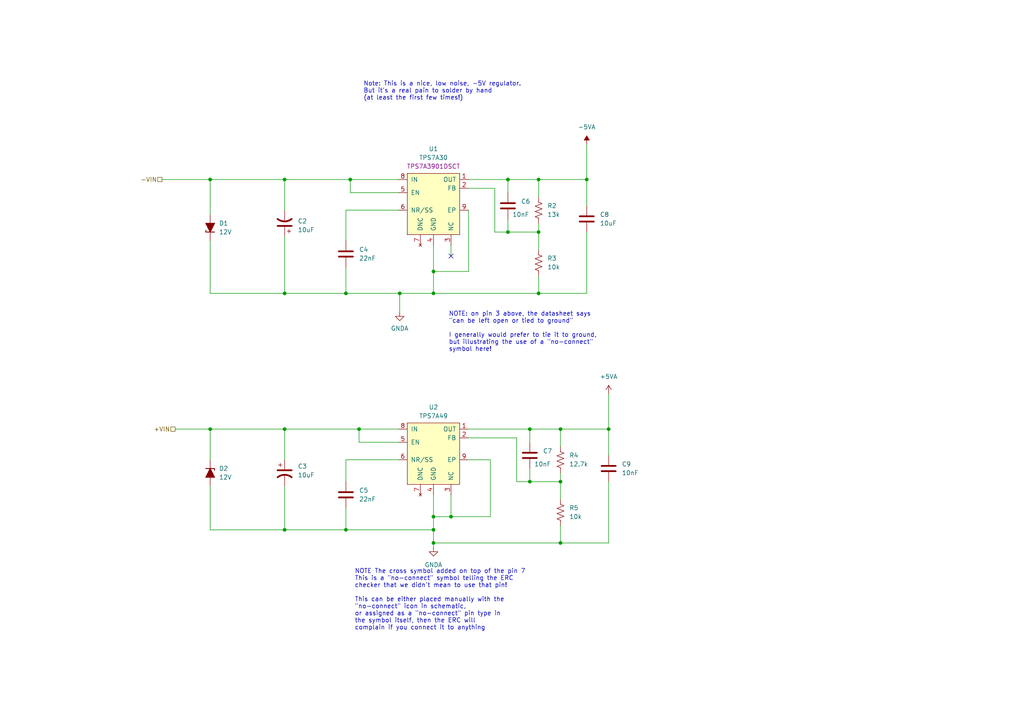
<source format=kicad_sch>
(kicad_sch (version 20211123) (generator eeschema)
  (paper "A4")
  (lib_symbols
    (symbol "Device:C" (pin_numbers hide) (pin_names (offset 0.254))
      (property "Reference" "C" (at 0.635 2.54 0))
      (property "Value" "C" (at 0.635 -2.54 0))
      (symbol "C_0_1"
        (polyline (pts (xy -2.032 -0.762) (xy 2.032 -0.762)) (stroke (width 0.508)))
        (polyline (pts (xy -2.032 0.762) (xy 2.032 0.762)) (stroke (width 0.508)))
      )
      (symbol "C_1_1"
        (pin passive line (at 0 3.81 270) (length 2.794) (name "~") (number "1"))
        (pin passive line (at 0 -3.81 90) (length 2.794) (name "~") (number "2"))
      )
    )
    (symbol "Device:C_Polarized_US" (pin_numbers hide) (pin_names (offset 0.254) hide)
      (property "Reference" "C" (at 0.635 2.54 0))
      (property "Value" "C_Polarized_US" (at 0.635 -2.54 0))
      (symbol "C_Polarized_US_0_1"
        (polyline (pts (xy -2.032 0.762) (xy 2.032 0.762)) (stroke (width 0.508)))
        (polyline (pts (xy -1.778 2.286) (xy -0.762 2.286)))
        (polyline (pts (xy -1.27 1.778) (xy -1.27 2.794)))
        (arc (start 2.032 -1.27) (mid 0 -0.5572) (end -2.032 -1.27) (stroke (width 0.508)))
      )
      (symbol "C_Polarized_US_1_1"
        (pin passive line (at 0 3.81 270) (length 2.794) (name "~") (number "1"))
        (pin passive line (at 0 -3.81 90) (length 3.302) (name "~") (number "2"))
      )
    )
    (symbol "Device:D_Zener_Filled" (pin_numbers hide) (pin_names (offset 1.016) hide)
      (property "Reference" "D" (at 0 2.54 0))
      (property "Value" "D_Zener_Filled" (at 0 -2.54 0))
      (symbol "D_Zener_Filled_0_1"
        (polyline (pts (xy 1.27 0) (xy -1.27 0)))
        (polyline (pts (xy -1.27 -1.27) (xy -1.27 1.27) (xy -0.762 1.27)) (stroke (width 0.254)))
        (polyline (pts (xy 1.27 -1.27) (xy 1.27 1.27) (xy -1.27 0) (xy 1.27 -1.27)) (stroke (width 0.254)) (fill (type outline)))
      )
      (symbol "D_Zener_Filled_1_1"
        (pin passive line (at -3.81 0 0) (length 2.54) (name "K") (number "1"))
        (pin passive line (at 3.81 0 180) (length 2.54) (name "A") (number "2"))
      )
    )
    (symbol "Device:R_US" (pin_numbers hide) (pin_names (offset 0))
      (property "Reference" "R" (at 2.54 0 90))
      (property "Value" "R_US" (at -2.54 0 90))
      (symbol "R_US_0_1"
        (polyline (pts (xy 0 -2.286) (xy 0 -2.54)))
        (polyline (pts (xy 0 2.286) (xy 0 2.54)))
        (polyline (pts (xy 0 -0.762) (xy 1.016 -1.143) (xy 0 -1.524) (xy -1.016 -1.905) (xy 0 -2.286)))
        (polyline (pts (xy 0 0.762) (xy 1.016 0.381) (xy 0 0) (xy -1.016 -0.381) (xy 0 -0.762)))
        (polyline (pts (xy 0 2.286) (xy 1.016 1.905) (xy 0 1.524) (xy -1.016 1.143) (xy 0 0.762)))
      )
      (symbol "R_US_1_1"
        (pin passive line (at 0 3.81 270) (length 1.27) (name "~") (number "1"))
        (pin passive line (at 0 -3.81 90) (length 1.27) (name "~") (number "2"))
      )
    )
    (symbol "cosmic_ray_symbols:TPS7A30" (pin_names (offset 1.016))
      (property "Reference" "U3" (at 0 8.509 0))
      (property "Value" "TPS7A30" (at 0 6.1976 0))
      (property "MPN" "TPS7A3901DSCT" (at 0 0 0))
      (symbol "TPS7A30_0_1"
        (rectangle (start -7.62 4.318) (end 7.62 -13.462) (fill (type background)))
      )
      (symbol "TPS7A30_1_1"
        (pin power_out line (at 10.16 2.54 180) (length 2.54) (name "OUT") (number "1"))
        (pin input line (at 10.16 0 180) (length 2.54) (name "FB") (number "2"))
        (pin passive line (at 5.08 -16.51 90) (length 3.048) (name "NC") (number "3"))
        (pin power_in line (at 0 -16.51 90) (length 3.048) (name "GND") (number "4"))
        (pin input line (at -10.16 -1.27 0) (length 2.54) (name "EN") (number "5"))
        (pin passive line (at -10.16 -6.35 0) (length 2.54) (name "NR/SS") (number "6"))
        (pin no_connect line (at -3.81 -16.51 90) (length 3.048) (name "DNC") (number "7"))
        (pin power_in line (at -10.16 2.54 0) (length 2.54) (name "IN") (number "8"))
        (pin passive line (at 10.16 -6.35 180) (length 2.54) (name "EP") (number "9"))
      )
    )
    (symbol "cosmic_ray_symbols:TPS7A49" (pin_names (offset 1.016))
      (property "Reference" "U2" (at 0 8.509 0))
      (property "Value" "TPS7A49" (at 0 6.1976 0))
      (symbol "TPS7A49_0_1"
        (rectangle (start -7.62 4.318) (end 7.62 -13.462) (fill (type background)))
      )
      (symbol "TPS7A49_1_1"
        (pin power_out line (at 10.16 2.54 180) (length 2.54) (name "OUT") (number "1"))
        (pin input line (at 10.16 0 180) (length 2.54) (name "FB") (number "2"))
        (pin passive line (at 5.08 -16.51 90) (length 3.048) (name "NC") (number "3"))
        (pin power_in line (at 0 -16.51 90) (length 3.048) (name "GND") (number "4"))
        (pin input line (at -10.16 -1.27 0) (length 2.54) (name "EN") (number "5"))
        (pin passive line (at -10.16 -6.35 0) (length 2.54) (name "NR/SS") (number "6"))
        (pin no_connect line (at -3.81 -16.51 90) (length 3.048) (name "DNC") (number "7"))
        (pin power_in line (at -10.16 2.54 0) (length 2.54) (name "IN") (number "8"))
        (pin passive line (at 10.16 -6.35 180) (length 2.54) (name "EP") (number "9"))
      )
    )
    (symbol "power:+5VA" (power) (pin_names (offset 0))
      (property "Value" "+5VA" (at 0 3.556 0))
      (symbol "+5VA_0_1"
        (polyline (pts (xy -0.762 1.27) (xy 0 2.54)))
        (polyline (pts (xy 0 0) (xy 0 2.54)))
        (polyline (pts (xy 0 2.54) (xy 0.762 1.27)))
      )
      (symbol "+5VA_1_1"
        (pin power_in line (at 0 0 90) (length 0) hide (name "+5VA") (number "1"))
      )
    )
    (symbol "power:-5VA" (power) (pin_names (offset 0))
      (property "Value" "-5VA" (at 0 3.81 0))
      (symbol "-5VA_0_0"
        (pin power_in line (at 0 0 90) (length 0) hide (name "-5VA") (number "1"))
      )
      (symbol "-5VA_0_1"
        (polyline (pts (xy 0 0) (xy 0 1.27) (xy 0.762 1.27) (xy 0 2.54) (xy -0.762 1.27) (xy 0 1.27)) (fill (type outline)))
      )
    )
    (symbol "power:GNDA" (power) (pin_names (offset 0))
      (property "Value" "GNDA" (at 0 -3.81 0))
      (symbol "GNDA_0_1"
        (polyline (pts (xy 0 0) (xy 0 -1.27) (xy 1.27 -1.27) (xy 0 -2.54) (xy -1.27 -1.27) (xy 0 -1.27)))
      )
      (symbol "GNDA_1_1"
        (pin power_in line (at 0 0 270) (length 0) hide (name "GNDA") (number "1"))
      )
    )
  )
  (junction (at 170.18 52.07))
  (junction (at 100.33 153.67))
  (junction (at 60.96 52.07))
  (junction (at 153.67 124.46))
  (junction (at 125.73 153.67))
  (junction (at 147.32 52.07))
  (junction (at 130.81 149.86))
  (junction (at 156.21 52.07))
  (junction (at 153.67 139.7))
  (junction (at 125.73 85.09))
  (junction (at 156.21 85.09))
  (junction (at 82.55 124.46))
  (junction (at 100.33 85.09))
  (junction (at 162.56 124.46))
  (junction (at 162.56 139.7))
  (junction (at 162.56 157.48))
  (junction (at 125.73 157.48))
  (junction (at 82.55 52.07))
  (junction (at 60.96 124.46))
  (junction (at 82.55 153.67))
  (junction (at 176.53 124.46))
  (junction (at 156.21 67.31))
  (junction (at 104.14 124.46))
  (junction (at 147.32 67.31))
  (junction (at 125.73 149.86))
  (junction (at 101.6 52.07))
  (junction (at 82.55 85.09))
  (junction (at 125.73 78.74))
  (junction (at 115.9256 85.09))
  (no_connect (at 130.81 74.2696))
  (wire (pts (xy 162.56 124.46) (xy 162.56 129.54)))
  (wire (pts (xy 100.33 60.96) (xy 115.57 60.96)))
  (wire (pts (xy 125.73 78.74) (xy 135.89 78.74)))
  (wire (pts (xy 82.55 124.46) (xy 104.14 124.46)))
  (wire (pts (xy 147.32 63.5) (xy 147.32 67.31)))
  (wire (pts (xy 125.73 85.09) (xy 156.21 85.09)))
  (wire (pts (xy 143.51 67.31) (xy 147.32 67.31)))
  (wire (pts (xy 82.55 153.67) (xy 100.33 153.67)))
  (wire (pts (xy 100.33 153.67) (xy 125.73 153.67)))
  (wire (pts (xy 82.55 52.07) (xy 101.6 52.07)))
  (wire (pts (xy 135.89 54.61) (xy 143.51 54.61)))
  (wire (pts (xy 100.33 85.09) (xy 100.33 77.47)))
  (wire (pts (xy 156.21 67.31) (xy 156.21 72.39)))
  (wire (pts (xy 125.73 149.86) (xy 130.81 149.86)))
  (wire (pts (xy 153.67 139.7) (xy 162.56 139.7)))
  (wire (pts (xy 135.89 127) (xy 149.86 127)))
  (wire (pts (xy 104.14 128.27) (xy 104.14 124.46)))
  (wire (pts (xy 149.86 139.7) (xy 153.67 139.7)))
  (wire (pts (xy 125.73 157.48) (xy 162.56 157.48)))
  (wire (pts (xy 101.6 55.88) (xy 101.6 52.07)))
  (wire (pts (xy 60.96 153.67) (xy 82.55 153.67)))
  (wire (pts (xy 125.73 157.48) (xy 125.73 158.75)))
  (wire (pts (xy 153.67 124.46) (xy 153.67 128.27)))
  (wire (pts (xy 125.73 71.12) (xy 125.73 78.74)))
  (wire (pts (xy 125.73 85.09) (xy 115.9256 85.09)))
  (wire (pts (xy 147.32 52.07) (xy 147.32 55.88)))
  (wire (pts (xy 101.6 52.07) (xy 115.57 52.07)))
  (wire (pts (xy 170.18 85.09) (xy 170.18 67.31)))
  (wire (pts (xy 115.9256 85.09) (xy 115.9256 90.4748)))
  (wire (pts (xy 115.57 55.88) (xy 101.6 55.88)))
  (wire (pts (xy 100.33 69.85) (xy 100.33 60.96)))
  (wire (pts (xy 100.33 147.32) (xy 100.33 153.67)))
  (wire (pts (xy 156.21 67.31) (xy 156.21 64.77)))
  (wire (pts (xy 135.89 124.46) (xy 153.67 124.46)))
  (wire (pts (xy 156.21 52.07) (xy 156.21 57.15)))
  (wire (pts (xy 60.96 52.07) (xy 60.96 62.23)))
  (wire (pts (xy 162.56 139.7) (xy 162.56 137.16)))
  (wire (pts (xy 147.32 52.07) (xy 156.21 52.07)))
  (wire (pts (xy 104.14 124.46) (xy 115.57 124.46)))
  (wire (pts (xy 60.96 85.09) (xy 82.55 85.09)))
  (wire (pts (xy 153.67 135.89) (xy 153.67 139.7)))
  (wire (pts (xy 46.99 52.07) (xy 60.96 52.07)))
  (wire (pts (xy 170.18 52.07) (xy 170.18 59.69)))
  (wire (pts (xy 149.86 127) (xy 149.86 139.7)))
  (wire (pts (xy 82.55 68.58) (xy 82.55 85.09)))
  (wire (pts (xy 176.53 157.48) (xy 176.53 139.7)))
  (wire (pts (xy 156.21 52.07) (xy 170.18 52.07)))
  (wire (pts (xy 82.55 133.35) (xy 82.55 124.46)))
  (wire (pts (xy 115.9256 85.09) (xy 100.33 85.09)))
  (wire (pts (xy 130.81 71.12) (xy 130.81 74.2696)))
  (wire (pts (xy 162.56 157.48) (xy 176.53 157.48)))
  (wire (pts (xy 162.56 139.7) (xy 162.56 144.78)))
  (wire (pts (xy 176.53 114.3) (xy 176.53 124.46)))
  (wire (pts (xy 82.55 140.97) (xy 82.55 153.67)))
  (wire (pts (xy 135.89 52.07) (xy 147.32 52.07)))
  (wire (pts (xy 60.96 52.07) (xy 82.55 52.07)))
  (wire (pts (xy 156.21 85.09) (xy 170.18 85.09)))
  (wire (pts (xy 50.8 124.46) (xy 60.96 124.46)))
  (wire (pts (xy 115.57 133.35) (xy 100.33 133.35)))
  (wire (pts (xy 130.81 143.51) (xy 130.81 149.86)))
  (wire (pts (xy 143.51 54.61) (xy 143.51 67.31)))
  (wire (pts (xy 125.73 143.51) (xy 125.73 149.86)))
  (wire (pts (xy 142.24 149.86) (xy 142.24 133.35)))
  (wire (pts (xy 176.53 124.46) (xy 176.53 132.08)))
  (wire (pts (xy 153.67 124.46) (xy 162.56 124.46)))
  (wire (pts (xy 156.21 80.01) (xy 156.21 85.09)))
  (wire (pts (xy 100.33 133.35) (xy 100.33 139.7)))
  (wire (pts (xy 125.73 149.86) (xy 125.73 153.67)))
  (wire (pts (xy 125.73 78.74) (xy 125.73 85.09)))
  (wire (pts (xy 82.55 85.09) (xy 100.33 85.09)))
  (wire (pts (xy 162.56 124.46) (xy 176.53 124.46)))
  (wire (pts (xy 60.96 124.46) (xy 82.55 124.46)))
  (wire (pts (xy 170.18 41.91) (xy 170.18 52.07)))
  (wire (pts (xy 60.96 69.85) (xy 60.96 85.09)))
  (wire (pts (xy 162.56 152.4) (xy 162.56 157.48)))
  (wire (pts (xy 142.24 133.35) (xy 135.89 133.35)))
  (wire (pts (xy 82.55 52.07) (xy 82.55 60.96)))
  (wire (pts (xy 130.81 149.86) (xy 142.24 149.86)))
  (wire (pts (xy 147.32 67.31) (xy 156.21 67.31)))
  (wire (pts (xy 115.57 128.27) (xy 104.14 128.27)))
  (wire (pts (xy 135.89 60.96) (xy 135.89 78.74)))
  (wire (pts (xy 60.96 124.46) (xy 60.96 133.35)))
  (wire (pts (xy 60.96 140.97) (xy 60.96 153.67)))
  (wire (pts (xy 125.73 153.67) (xy 125.73 157.48)))
  (text "Note: This is a nice, low noise, -5V regulator.\nBut it's a real pain to solder by hand\n(at least the first few times!)" (at 105.41 29.21 0) (effects (font (size 1.27 1.27)) (justify left bottom)))
  (text "NOTE: on pin 3 above, the datasheet says\n\"can be left open or tied to ground\"\n\nI generally would prefer to tie it to ground,\nbut illustrating the use of a \"no-connect\" \nsymbol here!" (at 130.1496 102.108 0) (effects (font (size 1.27 1.27)) (justify left bottom)))
  (text "NOTE The cross symbol added on top of the pin 7\nThis is a \"no-connect\" symbol telling the ERC\nchecker that we didn't mean to use that pin!\n\nThis can be either placed manually with the\n\"no-connect\" icon in schematic,\nor assigned as a \"no-connect\" pin type in \nthe symbol itself, then the ERC will \ncomplain if you connect it to anything" (at 102.87 182.88 0) (effects (font (size 1.27 1.27)) (justify left bottom)))
  (hierarchical_label "-VIN" (shape passive) (at 46.99 52.07 180))
  (hierarchical_label "+VIN" (shape passive) (at 50.8 124.46 180))
  (symbol (lib_id "Device:R_US") (at 162.56 148.59 0) (unit 1)
    (property "Reference" "R5" (at 165.1 147.3199 0) (effects (justify left)))
    (property "Value" "10k" (at 165.1 149.8599 0) (effects (justify left)))
    (property "Footprint" "Resistor_SMD:R_0402_1005Metric" (effects hide))
  )
  (symbol (lib_id "Device:R_US") (at 162.56 133.35 0) (unit 1)
    (property "Reference" "R4" (at 165.1 132.0799 0) (effects (justify left)))
    (property "Value" "12.7k" (at 165.1 134.6199 0) (effects (justify left)))
    (property "Footprint" "Resistor_SMD:R_0402_1005Metric" (effects hide))
  )
  (symbol (lib_id "Device:C_Polarized_US") (at 82.55 137.16 0) (unit 1)
    (property "Reference" "C3" (at 86.36 135.2549 0) (effects (justify left)))
    (property "Value" "10uF" (at 86.36 137.7949 0) (effects (justify left)))
    (property "Footprint" "cosmic_ray_detector_lib:MAL215375109E3" (effects hide))
    (property "Farnell" "1187014 " (effects hide))
    (property "MPN" "MAL215375109E3" (effects hide))
    (property "Manufacturer_Name" "Vishay" (effects hide))
  )
  (symbol (lib_id "Device:C") (at 176.53 135.89 0) (unit 1)
    (property "Reference" "C9" (at 180.34 134.6199 0) (effects (justify left)))
    (property "Value" "10nF" (at 180.34 137.1599 0) (effects (justify left)))
    (property "Footprint" "Capacitor_SMD:C_0402_1005Metric" (effects hide))
  )
  (symbol (lib_id "Device:R_US") (at 156.21 60.96 0) (unit 1)
    (property "Reference" "R2" (at 158.75 59.6899 0) (effects (justify left)))
    (property "Value" "13k" (at 158.75 62.2299 0) (effects (justify left)))
    (property "Footprint" "Resistor_SMD:R_0402_1005Metric" (effects hide))
  )
  (symbol (lib_id "power:GNDA") (at 115.9256 90.4748 0) (unit 1)
    (property "Reference" "#PWR07" (effects hide))
    (property "Value" "GNDA" (at 115.9256 95.25 0))
  )
  (symbol (lib_id "Device:R_US") (at 156.21 76.2 0) (unit 1)
    (property "Reference" "R3" (at 158.75 74.9299 0) (effects (justify left)))
    (property "Value" "10k" (at 158.75 77.4699 0) (effects (justify left)))
    (property "Footprint" "Resistor_SMD:R_0402_1005Metric" (effects hide))
  )
  (symbol (lib_id "Device:C") (at 153.67 132.08 0) (unit 1)
    (property "Reference" "C7" (at 157.48 130.8099 0) (effects (justify left)))
    (property "Value" "10nF" (at 154.94 134.62 0) (effects (justify left)))
    (property "Footprint" "Capacitor_SMD:C_0402_1005Metric" (effects hide))
  )
  (symbol (lib_id "power:-5VA") (at 170.18 41.91 0) (unit 1)
    (property "Reference" "#PWR09" (effects hide))
    (property "Value" "-5VA" (at 170.18 36.83 0))
  )
  (symbol (lib_id "Device:C") (at 100.33 73.66 0) (unit 1)
    (property "Reference" "C4" (at 104.14 72.3899 0) (effects (justify left)))
    (property "Value" "22nF" (at 104.14 74.9299 0) (effects (justify left)))
    (property "Footprint" "Capacitor_SMD:C_0402_1005Metric" (effects hide))
  )
  (symbol (lib_id "power:GNDA") (at 125.73 158.75 0) (unit 1)
    (property "Reference" "#PWR08" (effects hide))
    (property "Value" "GNDA" (at 125.73 163.83 0))
  )
  (symbol (lib_id "Device:D_Zener_Filled") (at 60.96 137.16 270) (unit 1)
    (property "Reference" "D2" (at 63.5 135.8899 90) (effects (justify left)))
    (property "Value" "12V" (at 63.5 138.4299 90) (effects (justify left)))
    (property "Footprint" "Diode_SMD:D_SOD-123" (effects hide))
    (property "MPN" "MMSZ5242BT1G" (effects hide))
    (property "Farnell" "1431281" (effects hide))
    (property "Manufacturer_Name" "ONSEMI" (effects hide))
  )
  (symbol (lib_id "cosmic_ray_symbols:TPS7A30") (at 125.73 54.61 0) (unit 1)
    (property "Reference" "U1" (at 125.73 43.18 0))
    (property "Value" "TPS7A30" (at 125.73 45.72 0))
    (property "Footprint" "cosmic_ray_detector_lib:MSOP-8-1EP_3x3mm_P0.65mm_EP1.73x1.85mm_ThermalVias" (effects hide))
    (property "MPN" "TPS7A3901DSCT" (at 125.73 48.26 0))
    (property "Farnell" "1855138" (effects hide))
  )
  (symbol (lib_id "Device:C") (at 170.18 63.5 0) (unit 1)
    (property "Reference" "C8" (at 173.99 62.2299 0) (effects (justify left)))
    (property "Value" "10uF" (at 173.99 64.7699 0) (effects (justify left)))
    (property "Footprint" "cosmic_ray_detector_lib:MAL215375109E3" (effects hide))
    (property "Farnell" "1187014 " (effects hide))
    (property "MPN" "MAL215375109E3" (effects hide))
    (property "Manufacturer_Name" "Vishay" (effects hide))
  )
  (symbol (lib_id "cosmic_ray_symbols:TPS7A49") (at 125.73 127 0) (unit 1)
    (property "Reference" "U2" (at 125.73 118.11 0))
    (property "Value" "TPS7A49" (at 125.73 120.65 0))
    (property "Footprint" "cosmic_ray_detector_lib:MSOP-8-1EP_3x3mm_P0.65mm_EP1.73x1.85mm_ThermalVias" (effects hide))
    (property "Datasheet" "http://www.ti.com/lit/ds/symlink/tps7a49.pdf" (effects hide))
    (property "MPN" "TPS7A4901DGNT" (effects hide))
    (property "Farnell" "1841881" (effects hide))
  )
  (symbol (lib_id "Device:C") (at 100.33 143.51 0) (unit 1)
    (property "Reference" "C5" (at 104.14 142.2399 0) (effects (justify left)))
    (property "Value" "22nF" (at 104.14 144.7799 0) (effects (justify left)))
    (property "Footprint" "Capacitor_SMD:C_0402_1005Metric" (effects hide))
  )
  (symbol (lib_id "Device:D_Zener_Filled") (at 60.96 66.04 90) (unit 1)
    (property "Reference" "D1" (at 63.5 64.7699 90) (effects (justify right)))
    (property "Value" "12V" (at 63.5 67.3099 90) (effects (justify right)))
    (property "Footprint" "Diode_SMD:D_SOD-123" (effects hide))
    (property "MPN" "MMSZ5242BT1G" (effects hide))
    (property "Farnell" "1431281" (effects hide))
    (property "Manufacturer_Name" "ONSEMI" (effects hide))
  )
  (symbol (lib_id "Device:C") (at 147.32 59.69 0) (unit 1)
    (property "Reference" "C6" (at 151.13 58.4199 0) (effects (justify left)))
    (property "Value" "10nF" (at 148.59 62.23 0) (effects (justify left)))
    (property "Footprint" "Capacitor_SMD:C_0402_1005Metric" (effects hide))
  )
  (symbol (lib_id "Device:C_Polarized_US") (at 82.55 64.77 180) (unit 1)
    (property "Reference" "C2" (at 86.36 64.1349 0) (effects (justify right)))
    (property "Value" "10uF" (at 86.36 66.6749 0) (effects (justify right)))
    (property "Footprint" "cosmic_ray_detector_lib:MAL215375109E3" (effects hide))
    (property "Farnell" "1187014 " (effects hide))
    (property "MPN" "MAL215375109E3" (effects hide))
    (property "Manufacturer_Name" "Vishay" (effects hide))
  )
  (symbol (lib_id "power:+5VA") (at 176.53 114.3 0) (unit 1)
    (property "Reference" "#PWR010" (effects hide))
    (property "Value" "+5VA" (at 176.53 109.22 0))
  )
)
</source>
